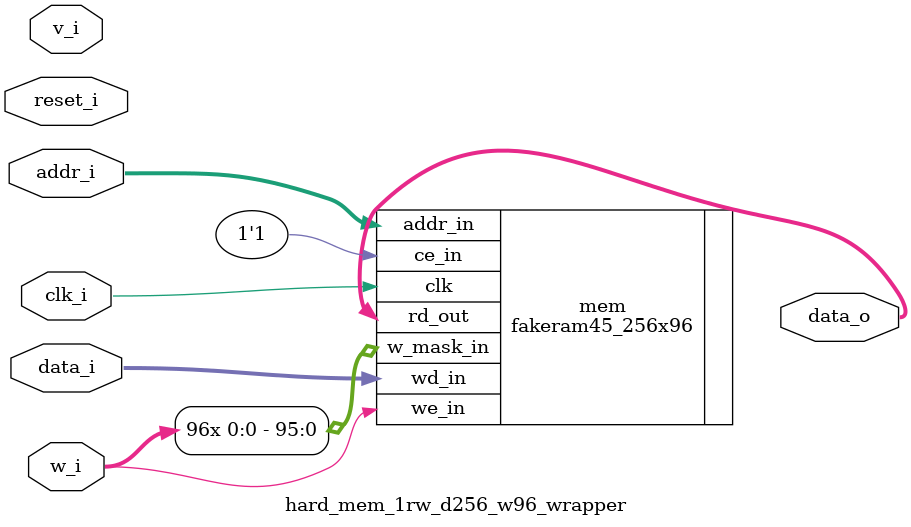
<source format=v>
module hard_mem_1rw_d512_w64_wrapper(clk_i, v_i, reset_i, data_i,
     addr_i, w_i, data_o);
  input clk_i, v_i, reset_i, w_i;
  input [63:0] data_i;
  input [8:0] addr_i;
  output [63:0] data_o;
  wire clk_i, v_i, reset_i, w_i;
  wire [63:0] data_i;
  wire [8:0] addr_i;
  wire [63:0] data_o;

  fakeram45_512x64 mem (
    .clk      (clk_i   ),
    .rd_out   (data_o  ),
    .ce_in    (1'b1    ),
    .we_in    (w_i     ),
    .w_mask_in({64{w_i}}),
    .addr_in  (addr_i  ),
    .wd_in    (data_i  )
  );

endmodule

module hard_mem_1rw_bit_mask_d64_w96_wrapper(clk_i, reset_i, data_i,
     addr_i, v_i, w_mask_i, w_i, data_o);
  input clk_i, reset_i, v_i, w_i;
  input [95:0] data_i, w_mask_i;
  input [5:0] addr_i;
  output [95:0] data_o;
  wire clk_i, reset_i, v_i, w_i;
  wire [95:0] data_i, w_mask_i;
  wire [5:0] addr_i;
  wire [95:0] data_o;

  fakeram45_64x96 mem (
    .clk      (clk_i   ),
    .rd_out   (data_o  ),
    .ce_in    (1'b1    ),
    .we_in    (w_i     ),
    .w_mask_in(w_mask_i),
    .addr_in  (addr_i  ),
    .wd_in    (data_i  )
  );

endmodule


module hard_mem_1rw_byte_mask_d512_w64_wrapper(clk_i, reset_i, data_i,
     addr_i, v_i, write_mask_i, w_i, data_o);
  input clk_i, reset_i, v_i, w_i;
  input [63:0] data_i;
  input [8:0] addr_i;
  input [7:0] write_mask_i;
  output [63:0] data_o;
  wire clk_i, reset_i, v_i, w_i;
  wire [63:0] data_i;
  wire [8:0] addr_i;
  wire [7:0] write_mask_i;
  wire [63:0] data_o;
  wire [63:0] wen;

  fakeram45_512x64 mem (
    .clk      (clk_i   ),
    .rd_out   (data_o  ),
    .ce_in    (1'b1    ),
    .we_in    (w_i     ),
    .w_mask_in({{8{write_mask_i[7]}},
                {8{write_mask_i[6]}},
                {8{write_mask_i[5]}},
                {8{write_mask_i[4]}},
                {8{write_mask_i[3]}},
                {8{write_mask_i[2]}},
                {8{write_mask_i[1]}},
                {8{write_mask_i[0]}}}
      ),
    .addr_in  (addr_i  ),
    .wd_in    (data_i  )
  );

endmodule

module hard_mem_1rw_bit_mask_d64_w7_wrapper(
  input clk_i,
  input reset_i,
  input [6:0] data_i,
  input [5:0] addr_i,
  input v_i,
  input w_i,
  input [6:0] w_mask_i,
  output reg [6:0] data_o
);

  // ï64 ï 7 
  reg [6:0] mem [63:0];

  // 
  always @(posedge clk_i) begin
    if (reset_i) begin
      // 
      integer i;
      for (i = 0; i < 64; i = i + 1) begin
        mem[i] <= 7'b0;
      end
    end else if (v_i && w_i) begin
      // ï w_mask_i 
      mem[addr_i] <= (mem[addr_i] & ~w_mask_i) | (data_i & w_mask_i);
    end
  end

  // 
  always @(posedge clk_i) begin
    if (v_i && !w_i) begin
      data_o <= mem[addr_i];
    end
  end

endmodule


module hard_mem_1r1w_d32_w64_wrapper(clk_i, reset_i, w_v_i, w_addr_i,
     w_data_i, r_v_i, r_addr_i, r_data_o);
  input clk_i, reset_i, w_v_i, r_v_i;
  input [4:0] w_addr_i, r_addr_i;
  input [63:0] w_data_i;
  output [63:0] r_data_o;
  wire clk_i, reset_i, w_v_i, r_v_i;
  wire [4:0] w_addr_i, r_addr_i;
  wire [63:0] w_data_i;
  wire [63:0] r_data_o;

  // WARNING: This should be a simple 2 port RAM (1read and 1write), however
  //          bsg_fakeram doesn't support this yet. Using a simple 1 rw as a
  //          place holder.
  wire [4:0] addr;
  assign addr_int = w_v_i ? w_addr_i : r_addr_i;

  fakeram45_32x64 mem (
    .clk      (clk_i   ),
    .rd_out   (r_data_o  ),
    .ce_in    (1'b1    ),
    .we_in    (w_v_i     ),
    .w_mask_in({64{w_v_i}}),
    .addr_in  (addr_int  ),
    .wd_in    (w_data_i  )
  );

endmodule

module hard_mem_1rw_bit_mask_d64_w15_wrapper(
  input clk_i,
  input reset_i,
  input [14:0] data_i,
  input [5:0] addr_i,
  input v_i,
  input w_i,
  input [14:0] w_mask_i,
  output reg [14:0] data_o
);

  // ï64 ï 15 
  reg [14:0] mem [63:0];

  // 
  always @(posedge clk_i) begin
    if (reset_i) begin
      // 
      integer i;
      for (i = 0; i < 64; i = i + 1) begin
        mem[i] <= 15'b0;
      end
    end else if (v_i && w_i) begin
      // ï w_mask_i 
      mem[addr_i] <= (mem[addr_i] & ~w_mask_i) | (data_i & w_mask_i);
    end
  end

  // 
  always @(posedge clk_i) begin
    if (v_i && !w_i) begin
      data_o <= mem[addr_i];
    end
  end

endmodule


module hard_mem_1rw_d256_w96_wrapper(clk_i, v_i, reset_i, data_i,
     addr_i, w_i, data_o);
  input clk_i, v_i, reset_i, w_i;
  input [95:0] data_i;
  input [7:0] addr_i;
  output [95:0] data_o;
  wire clk_i, v_i, reset_i, w_i;
  wire [95:0] data_i;
  wire [7:0] addr_i;
  wire [95:0] data_o;

  fakeram45_256x96 mem (
    .clk      (clk_i   ),
    .rd_out   (data_o  ),
    .ce_in    (1'b1    ),
    .we_in    (w_i     ),
    .w_mask_in({96{w_i}}),
    .addr_in  (addr_i  ),
    .wd_in    (data_i  )
  );

endmodule

</source>
